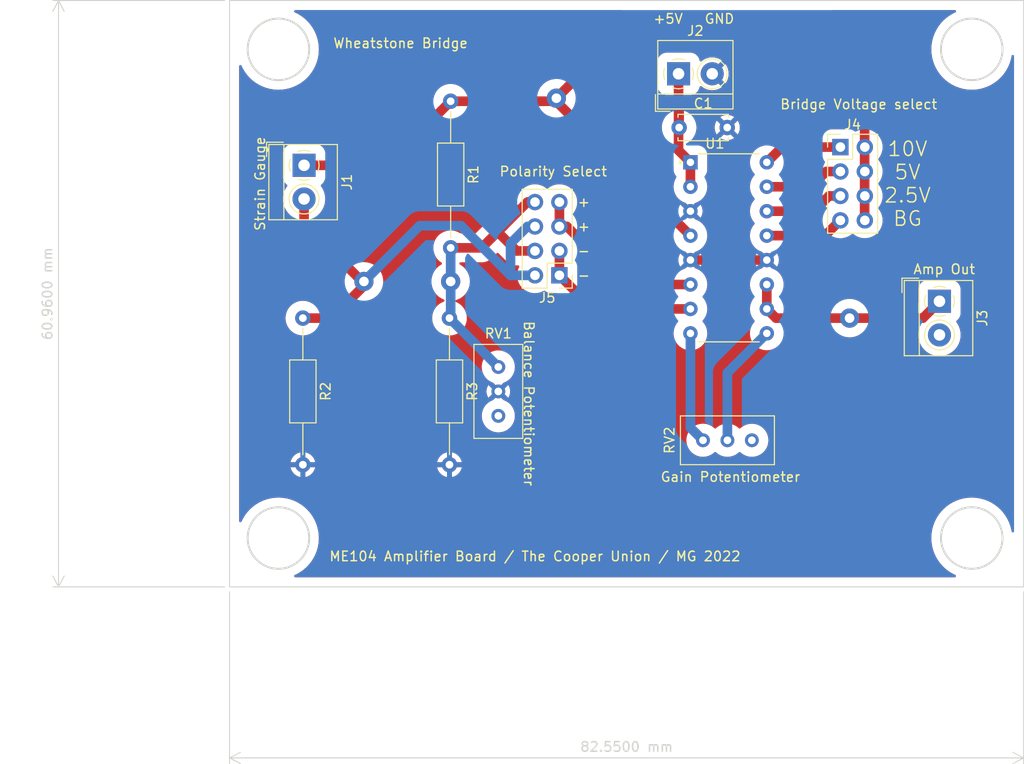
<source format=kicad_pcb>
(kicad_pcb (version 20211014) (generator pcbnew)
  (layers (0 "F.Cu" signal) (31 "B.Cu" signal) (36 "B.SilkS" user "B.Silkscreen") (37 "F.SilkS" user "F.Silkscreen") (38 "B.Mask" user) (39 "F.Mask" user) (44 "Edge.Cuts" user))
  (net 0 "")
  (net 1 "GND")
  (net 2 "Net-(J1-Pad2)")
  (net 3 "Net-(J5-Pad1)")
  (net 4 "Net-(RV2-Pad1)")
  (net 5 "Net-(RV2-Pad2)")
  (net 8 "/VIN")
  (net 9 "/Amp Out")
  (net 11 "Net-(J1-Pad1)")
  (net 12 "Net-(J4-Pad4)")
  (net 13 "Net-(J4-Pad3)")
  (net 14 "Net-(J4-Pad2)")
  (net 15 "Net-(J4-Pad1)")
  (net 16 "Net-(J5-Pad3)")
  (net 17 "Net-(J5-Pad5)")
  (footprint "TerminalBlock_4Ucon:TerminalBlock_4Ucon_1x02_P3.50mm_Horizontal" (layer "F.Cu") (at 48.26 113.34 -90)
    (fp_text reference "J1" (at 1.75 -4.46 -90) (layer "F.SilkS"))
    (fp_text value "Screw_Terminal_strain_gauge")
    (fp_line (start -2.16 -3.46) (end -2.16 3.66) (layer "F.SilkS") (width 0.12))
    (fp_line (start -2.16 3.66) (end 5.66 3.66) (layer "F.SilkS") (width 0.12))
    (fp_line (start 5.66 -3.46) (end 5.66 3.66) (layer "F.SilkS") (width 0.12))
    (fp_line (start -2.16 2.1) (end 5.66 2.1) (layer "F.SilkS") (width 0.12))
    (fp_line (start -2.4 3.9) (end -0.9 3.9) (layer "F.SilkS") (width 0.12))
    (fp_line (start -2.4 2.16) (end -2.4 3.9) (layer "F.SilkS") (width 0.12))
    (fp_line (start -2.16 -3.46) (end 5.66 -3.46) (layer "F.SilkS") (width 0.12))
    (fp_arc (start -1.432109 0.607742) (mid -1.555727 -0.00014) (end -1.432 -0.608) (layer "F.SilkS") (width 0.12))
    (fp_arc (start 0.027011 1.555493) (mid -0.296984 1.527118) (end -0.608 1.432) (layer "F.SilkS") (width 0.12))
    (fp_arc (start 0.607587 1.431385) (mid 0.310017 1.523783) (end 0 1.555) (layer "F.SilkS") (width 0.12))
    (fp_arc (start -0.607742 -1.432109) (mid 0.00014 -1.555727) (end 0.608 -1.432) (layer "F.SilkS") (width 0.12))
    (fp_arc (start 1.432109 -0.607742) (mid 1.555727 0.00014) (end 1.432 0.608) (layer "F.SilkS") (width 0.12))
    (fp_circle (center 3.5 0) (end 5.055 0) (layer "F.SilkS") (width 0.12) (fill none))
    (pad "1" thru_hole rect (at 0 0 270) (size 2.4 2.4) (drill 1.2) (layers *.Cu *.Mask) (net 11 "Net-(J1-Pad1)"))
    (pad "2" thru_hole circle (at 3.5 0 270) (size 2.4 2.4) (drill 1.2) (layers *.Cu *.Mask) (net 2 "Net-(J1-Pad2)"))
  )
  (footprint "Potentiometer_THT:Potentiometer_Bourns_3386C_Horizontal" (layer "F.Cu") (at 68.455 134.305)
    (fp_text reference "RV1" (at 0 -3.475) (layer "F.SilkS"))
    (fp_text value "10k")
    (fp_line (start -2.535 -2.345) (end 2.535 -2.345) (layer "F.SilkS") (width 0.12))
    (fp_line (start -2.535 -2.345) (end -2.535 7.425) (layer "F.SilkS") (width 0.12))
    (fp_line (start -2.535 7.425) (end 2.535 7.425) (layer "F.SilkS") (width 0.12))
    (fp_line (start 2.535 -2.345) (end 2.535 7.425) (layer "F.SilkS") (width 0.12))
    (pad "1" thru_hole circle (at 0 0) (size 1.44 1.44) (drill 0.8) (layers *.Cu *.Mask) (net 17 "Net-(J5-Pad5)"))
    (pad "2" thru_hole circle (at 0 2.54) (size 1.44 1.44) (drill 0.8) (layers *.Cu *.Mask) (net 1 "GND"))
    (pad "3" thru_hole circle (at 0 5.08) (size 1.44 1.44) (drill 0.8) (layers *.Cu *.Mask))
  )
  (footprint "TerminalBlock_4Ucon:TerminalBlock_4Ucon_1x02_P3.50mm_Horizontal" (layer "F.Cu") (at 114.315 127.475 -90)
    (fp_text reference "J3" (at 1.75 -4.46 -90) (layer "F.SilkS"))
    (fp_text value "Screw_Terminal_strain_gauge")
    (fp_line (start -2.16 -3.46) (end -2.16 3.66) (layer "F.SilkS") (width 0.12))
    (fp_line (start -2.16 3.66) (end 5.66 3.66) (layer "F.SilkS") (width 0.12))
    (fp_line (start 5.66 -3.46) (end 5.66 3.66) (layer "F.SilkS") (width 0.12))
    (fp_line (start -2.4 2.16) (end -2.4 3.9) (layer "F.SilkS") (width 0.12))
    (fp_line (start -2.4 3.9) (end -0.9 3.9) (layer "F.SilkS") (width 0.12))
    (fp_line (start -2.16 2.1) (end 5.66 2.1) (layer "F.SilkS") (width 0.12))
    (fp_line (start -2.16 -3.46) (end 5.66 -3.46) (layer "F.SilkS") (width 0.12))
    (fp_arc (start -1.432109 0.607742) (mid -1.555727 -0.00014) (end -1.432 -0.608) (layer "F.SilkS") (width 0.12))
    (fp_arc (start -0.607742 -1.432109) (mid 0.00014 -1.555727) (end 0.608 -1.432) (layer "F.SilkS") (width 0.12))
    (fp_arc (start 0.607587 1.431385) (mid 0.310017 1.523783) (end 0 1.555) (layer "F.SilkS") (width 0.12))
    (fp_arc (start 0.027011 1.555493) (mid -0.296984 1.527118) (end -0.608 1.432) (layer "F.SilkS") (width 0.12))
    (fp_arc (start 1.432109 -0.607742) (mid 1.555727 0.00014) (end 1.432 0.608) (layer "F.SilkS") (width 0.12))
    (fp_circle (center 3.5 0) (end 5.055 0) (layer "F.SilkS") (width 0.12) (fill none))
    (pad "1" thru_hole rect (at 0 0 270) (size 2.4 2.4) (drill 1.2) (layers *.Cu *.Mask) (net 9 "/Amp Out"))
    (pad "2" thru_hole circle (at 3.5 0 270) (size 2.4 2.4) (drill 1.2) (layers *.Cu *.Mask))
  )
  (footprint "Resistor_THT:R_Axial_DIN0207_L6.3mm_D2.5mm_P15.24mm_Horizontal" (layer "F.Cu") (at 63.375 129.225 -90)
    (fp_text reference "R3" (at 7.62 -2.37 90) (layer "F.SilkS"))
    (fp_text value "12k")
    (fp_line (start 4.35 1.37) (end 10.89 1.37) (layer "F.SilkS") (width 0.12))
    (fp_line (start 4.35 -1.37) (end 4.35 1.37) (layer "F.SilkS") (width 0.12))
    (fp_line (start 10.89 -1.37) (end 4.35 -1.37) (layer "F.SilkS") (width 0.12))
    (fp_line (start 14.2 0) (end 10.89 0) (layer "F.SilkS") (width 0.12))
    (fp_line (start 1.04 0) (end 4.35 0) (layer "F.SilkS") (width 0.12))
    (fp_line (start 10.89 1.37) (end 10.89 -1.37) (layer "F.SilkS") (width 0.12))
    (pad "1" thru_hole circle (at 0 0 270) (size 1.6 1.6) (drill 0.8) (layers *.Cu *.Mask) (net 17 "Net-(J5-Pad5)"))
    (pad "2" thru_hole oval (at 15.24 0 270) (size 1.6 1.6) (drill 0.8) (layers *.Cu *.Mask) (net 1 "GND"))
  )
  (footprint "INA125P:DIP794W45P254L1969H508Q16" (layer "F.Cu") (at 92.395 121.92)
    (fp_text reference "U1" (at -1.425 -10.835) (layer "F.SilkS"))
    (fp_text value "INA125P" hide)
    (fp_line (start -3.175 -9.775) (end 3.175 -9.775) (layer "F.SilkS") (width 0.127))
    (fp_line (start -3.175 9.775) (end 3.175 9.775) (layer "F.SilkS") (width 0.127))
    (fp_circle (center -5.035 -8.89) (end -4.935 -8.89) (layer "F.SilkS") (width 0.2) (fill none))
    (pad "1" thru_hole rect (at -3.97 -8.89) (size 1.5 1.5) (drill 0.78) (layers *.Cu *.Mask) (net 8 "/VIN"))
    (pad "2" thru_hole circle (at -3.97 -6.35) (size 1.5 1.5) (drill 0.78) (layers *.Cu *.Mask) (net 8 "/VIN"))
    (pad "3" thru_hole circle (at -3.97 -3.81) (size 1.5 1.5) (drill 0.78) (layers *.Cu *.Mask) (net 1 "GND"))
    (pad "4" thru_hole circle (at -3.97 -1.27) (size 1.5 1.5) (drill 0.78) (layers *.Cu *.Mask) (net 11 "Net-(J1-Pad1)"))
    (pad "5" thru_hole circle (at -3.97 1.27) (size 1.5 1.5) (drill 0.78) (layers *.Cu *.Mask) (net 1 "GND"))
    (pad "6" thru_hole circle (at -3.97 3.81) (size 1.5 1.5) (drill 0.78) (layers *.Cu *.Mask) (net 16 "Net-(J5-Pad3)"))
    (pad "7" thru_hole circle (at -3.97 6.35) (size 1.5 1.5) (drill 0.78) (layers *.Cu *.Mask) (net 3 "Net-(J5-Pad1)"))
    (pad "8" thru_hole circle (at -3.97 8.89) (size 1.5 1.5) (drill 0.78) (layers *.Cu *.Mask) (net 4 "Net-(RV2-Pad1)"))
    (pad "9" thru_hole circle (at 3.97 8.89) (size 1.5 1.5) (drill 0.78) (layers *.Cu *.Mask) (net 5 "Net-(RV2-Pad2)"))
    (pad "10" thru_hole circle (at 3.97 6.35) (size 1.5 1.5) (drill 0.78) (layers *.Cu *.Mask) (net 9 "/Amp Out"))
    (pad "11" thru_hole circle (at 3.97 3.81) (size 1.5 1.5) (drill 0.78) (layers *.Cu *.Mask) (net 9 "/Amp Out"))
    (pad "12" thru_hole circle (at 3.97 1.27) (size 1.5 1.5) (drill 0.78) (layers *.Cu *.Mask) (net 1 "GND"))
    (pad "13" thru_hole circle (at 3.97 -1.27) (size 1.5 1.5) (drill 0.78) (layers *.Cu *.Mask) (net 12 "Net-(J4-Pad4)"))
    (pad "14" thru_hole circle (at 3.97 -3.81) (size 1.5 1.5) (drill 0.78) (layers *.Cu *.Mask) (net 13 "Net-(J4-Pad3)"))
    (pad "15" thru_hole circle (at 3.97 -6.35) (size 1.5 1.5) (drill 0.78) (layers *.Cu *.Mask) (net 14 "Net-(J4-Pad2)"))
    (pad "16" thru_hole circle (at 3.97 -8.89) (size 1.5 1.5) (drill 0.78) (layers *.Cu *.Mask) (net 15 "Net-(J4-Pad1)"))
  )
  (footprint "TerminalBlock_4Ucon:TerminalBlock_4Ucon_1x02_P3.50mm_Horizontal" (layer "F.Cu") (at 87.19 103.825)
    (fp_text reference "J2" (at 1.75 -4.46) (layer "F.SilkS"))
    (fp_text value "Screw_Terminal_strain_gauge")
    (fp_line (start -2.4 2.16) (end -2.4 3.9) (layer "F.SilkS") (width 0.12))
    (fp_line (start 5.66 -3.46) (end 5.66 3.66) (layer "F.SilkS") (width 0.12))
    (fp_line (start -2.4 3.9) (end -0.9 3.9) (layer "F.SilkS") (width 0.12))
    (fp_line (start -2.16 2.1) (end 5.66 2.1) (layer "F.SilkS") (width 0.12))
    (fp_line (start -2.16 -3.46) (end -2.16 3.66) (layer "F.SilkS") (width 0.12))
    (fp_line (start -2.16 3.66) (end 5.66 3.66) (layer "F.SilkS") (width 0.12))
    (fp_line (start -2.16 -3.46) (end 5.66 -3.46) (layer "F.SilkS") (width 0.12))
    (fp_arc (start -1.432109 0.607742) (mid -1.555727 -0.00014) (end -1.432 -0.608) (layer "F.SilkS") (width 0.12))
    (fp_arc (start 1.432109 -0.607742) (mid 1.555727 0.00014) (end 1.432 0.608) (layer "F.SilkS") (width 0.12))
    (fp_arc (start 0.607587 1.431385) (mid 0.310017 1.523783) (end 0 1.555) (layer "F.SilkS") (width 0.12))
    (fp_arc (start -0.607742 -1.432109) (mid 0.00014 -1.555727) (end 0.608 -1.432) (layer "F.SilkS") (width 0.12))
    (fp_arc (start 0.027011 1.555493) (mid -0.296984 1.527118) (end -0.608 1.432) (layer "F.SilkS") (width 0.12))
    (fp_circle (center 3.5 0) (end 5.055 0) (layer "F.SilkS") (width 0.12) (fill none))
    (pad "1" thru_hole rect (at 0 0) (size 2.4 2.4) (drill 1.2) (layers *.Cu *.Mask) (net 8 "/VIN"))
    (pad "2" thru_hole circle (at 3.5 0) (size 2.4 2.4) (drill 1.2) (layers *.Cu *.Mask) (net 1 "GND"))
  )
  (footprint "Capacitor_THT:C_Disc_D5.0mm_W2.5mm_P5.00mm" (layer "F.Cu") (at 87.251 109.413)
    (fp_text reference "C1" (at 2.5 -2.5) (layer "F.SilkS"))
    (fp_text value "C")
    (fp_line (start -0.12 -1.37) (end 5.12 -1.37) (layer "F.SilkS") (width 0.12))
    (fp_line (start -0.12 1.055) (end -0.12 1.37) (layer "F.SilkS") (width 0.12))
    (fp_line (start 5.12 -1.37) (end 5.12 -1.055) (layer "F.SilkS") (width 0.12))
    (fp_line (start -0.12 -1.37) (end -0.12 -1.055) (layer "F.SilkS") (width 0.12))
    (fp_line (start 5.12 1.055) (end 5.12 1.37) (layer "F.SilkS") (width 0.12))
    (fp_line (start -0.12 1.37) (end 5.12 1.37) (layer "F.SilkS") (width 0.12))
    (pad "1" thru_hole circle (at 0 0) (size 1.6 1.6) (drill 0.8) (layers *.Cu *.Mask) (net 8 "/VIN"))
    (pad "2" thru_hole circle (at 5 0) (size 1.6 1.6) (drill 0.8) (layers *.Cu *.Mask) (net 1 "GND"))
  )
  (footprint "Connector_PinHeader_2.54mm:PinHeader_2x04_P2.54mm_Vertical_EDIT" (layer "F.Cu") (at 74.805 124.78 180)
    (fp_text reference "J5" (at 1.27 -2.33) (layer "F.SilkS"))
    (fp_text value "Conn_02x05_Counter_Clockwise")
    (fp_line (start 1.27 -1.33) (end 3.87 -1.33) (layer "F.SilkS") (width 0.12))
    (fp_line (start -1.33 -1.33) (end 0 -1.33) (layer "F.SilkS") (width 0.12))
    (fp_line (start 1.27 1.27) (end 1.27 -1.33) (layer "F.SilkS") (width 0.12))
    (fp_line (start -1.33 1.27) (end 1.27 1.27) (layer "F.SilkS") (width 0.12))
    (fp_line (start 3.87 -1.33) (end 3.87 8.95) (layer "F.SilkS") (width 0.12))
    (fp_line (start -1.33 8.95) (end 3.87 8.95) (layer "F.SilkS") (width 0.12))
    (fp_line (start -1.33 0) (end -1.33 -1.33) (layer "F.SilkS") (width 0.12))
    (fp_line (start -1.33 1.27) (end -1.33 8.95) (layer "F.SilkS") (width 0.12))
    (pad "1" thru_hole rect (at 0 0 180) (size 1.7 1.7) (drill 1) (layers *.Cu *.Mask) (net 3 "Net-(J5-Pad1)"))
    (pad "2" thru_hole oval (at 0 2.54 180) (size 1.7 1.7) (drill 1) (layers *.Cu *.Mask) (net 3 "Net-(J5-Pad1)"))
    (pad "3" thru_hole oval (at 0 5.08 180) (size 1.7 1.7) (drill 1) (layers *.Cu *.Mask) (net 16 "Net-(J5-Pad3)"))
    (pad "4" thru_hole oval (at 0 7.62 180) (size 1.7 1.7) (drill 1) (layers *.Cu *.Mask) (net 16 "Net-(J5-Pad3)"))
    (pad "5" thru_hole oval (at 2.54 7.62 180) (size 1.7 1.7) (drill 1) (layers *.Cu *.Mask) (net 17 "Net-(J5-Pad5)"))
    (pad "6" thru_hole oval (at 2.54 5.08 180) (size 1.7 1.7) (drill 1) (layers *.Cu *.Mask) (net 2 "Net-(J1-Pad2)"))
    (pad "7" thru_hole oval (at 2.54 2.54 180) (size 1.7 1.7) (drill 1) (layers *.Cu *.Mask) (net 17 "Net-(J5-Pad5)"))
    (pad "8" thru_hole oval (at 2.54 0 180) (size 1.7 1.7) (drill 1) (layers *.Cu *.Mask) (net 2 "Net-(J1-Pad2)"))
  )
  (footprint "Resistor_THT:R_Axial_DIN0207_L6.3mm_D2.5mm_P15.24mm_Horizontal" (layer "F.Cu") (at 48.135 129.225 -90)
    (fp_text reference "R2" (at 7.62 -2.37 90) (layer "F.SilkS"))
    (fp_text value "5k")
    (fp_line (start 4.35 -1.37) (end 4.35 1.37) (layer "F.SilkS") (width 0.12))
    (fp_line (start 1.04 0) (end 4.35 0) (layer "F.SilkS") (width 0.12))
    (fp_line (start 4.35 1.37) (end 10.89 1.37) (layer "F.SilkS") (width 0.12))
    (fp_line (start 10.89 1.37) (end 10.89 -1.37) (layer "F.SilkS") (width 0.12))
    (fp_line (start 14.2 0) (end 10.89 0) (layer "F.SilkS") (width 0.12))
    (fp_line (start 10.89 -1.37) (end 4.35 -1.37) (layer "F.SilkS") (width 0.12))
    (pad "1" thru_hole circle (at 0 0 270) (size 1.6 1.6) (drill 0.8) (layers *.Cu *.Mask) (net 2 "Net-(J1-Pad2)"))
    (pad "2" thru_hole oval (at 15.24 0 270) (size 1.6 1.6) (drill 0.8) (layers *.Cu *.Mask) (net 1 "GND"))
  )
  (footprint "Potentiometer_THT:Potentiometer_Bourns_3386C_Horizontal" (layer "F.Cu") (at 89.73 141.925 90)
    (fp_text reference "RV2" (at 0 -3.475 90) (layer "F.SilkS"))
    (fp_text value "1k")
    (fp_line (start 2.535 -2.345) (end 2.535 7.425) (layer "F.SilkS") (width 0.12))
    (fp_line (start -2.535 -2.345) (end -2.535 7.425) (layer "F.SilkS") (width 0.12))
    (fp_line (start -2.535 7.425) (end 2.535 7.425) (layer "F.SilkS") (width 0.12))
    (fp_line (start -2.535 -2.345) (end 2.535 -2.345) (layer "F.SilkS") (width 0.12))
    (pad "1" thru_hole circle (at 0 0 90) (size 1.44 1.44) (drill 0.8) (layers *.Cu *.Mask) (net 4 "Net-(RV2-Pad1)"))
    (pad "2" thru_hole circle (at 0 2.54 90) (size 1.44 1.44) (drill 0.8) (layers *.Cu *.Mask) (net 5 "Net-(RV2-Pad2)"))
    (pad "3" thru_hole circle (at 0 5.08 90) (size 1.44 1.44) (drill 0.8) (layers *.Cu *.Mask))
  )
  (footprint "Resistor_THT:R_Axial_DIN0207_L6.3mm_D2.5mm_P15.24mm_Horizontal" (layer "F.Cu") (at 63.5 106.68 -90)
    (fp_text reference "R1" (at 7.62 -2.37 90) (layer "F.SilkS"))
    (fp_text value "120")
    (fp_line (start 10.89 1.37) (end 10.89 -1.37) (layer "F.SilkS") (width 0.12))
    (fp_line (start 4.35 -1.37) (end 4.35 1.37) (layer "F.SilkS") (width 0.12))
    (fp_line (start 4.35 1.37) (end 10.89 1.37) (layer "F.SilkS") (width 0.12))
    (fp_line (start 14.2 0) (end 10.89 0) (layer "F.SilkS") (width 0.12))
    (fp_line (start 10.89 -1.37) (end 4.35 -1.37) (layer "F.SilkS") (width 0.12))
    (fp_line (start 1.04 0) (end 4.35 0) (layer "F.SilkS") (width 0.12))
    (pad "1" thru_hole circle (at 0 0 270) (size 1.6 1.6) (drill 0.8) (layers *.Cu *.Mask) (net 11 "Net-(J1-Pad1)"))
    (pad "2" thru_hole oval (at 15.24 0 270) (size 1.6 1.6) (drill 0.8) (layers *.Cu *.Mask) (net 17 "Net-(J5-Pad5)"))
  )
  (footprint "Connector_PinHeader_2.54mm:PinHeader_2x04_P2.54mm_Vertical_EDIT" (layer "F.Cu") (at 104.015 111.445)
    (fp_text reference "J4" (at 1.27 -2.33) (layer "F.SilkS"))
    (fp_text value "Conn_02x05_Counter_Clockwise")
    (fp_line (start -1.33 1.27) (end -1.33 8.95) (layer "F.SilkS") (width 0.12))
    (fp_line (start -1.33 0) (end -1.33 -1.33) (layer "F.SilkS") (width 0.12))
    (fp_line (start 3.87 -1.33) (end 3.87 8.95) (layer "F.SilkS") (width 0.12))
    (fp_line (start 1.27 1.27) (end 1.27 -1.33) (layer "F.SilkS") (width 0.12))
    (fp_line (start -1.33 -1.33) (end 0 -1.33) (layer "F.SilkS") (width 0.12))
    (fp_line (start -1.33 1.27) (end 1.27 1.27) (layer "F.SilkS") (width 0.12))
    (fp_line (start 1.27 -1.33) (end 3.87 -1.33) (layer "F.SilkS") (width 0.12))
    (fp_line (start -1.33 8.95) (end 3.87 8.95) (layer "F.SilkS") (width 0.12))
    (pad "1" thru_hole rect (at 0 0) (size 1.7 1.7) (drill 1) (layers *.Cu *.Mask) (net 15 "Net-(J4-Pad1)"))
    (pad "2" thru_hole oval (at 0 2.54) (size 1.7 1.7) (drill 1) (layers *.Cu *.Mask) (net 14 "Net-(J4-Pad2)"))
    (pad "3" thru_hole oval (at 0 5.08) (size 1.7 1.7) (drill 1) (layers *.Cu *.Mask) (net 13 "Net-(J4-Pad3)"))
    (pad "4" thru_hole oval (at 0 7.62) (size 1.7 1.7) (drill 1) (layers *.Cu *.Mask) (net 12 "Net-(J4-Pad4)"))
    (pad "5" thru_hole oval (at 2.54 7.62) (size 1.7 1.7) (drill 1) (layers *.Cu *.Mask) (net 11 "Net-(J1-Pad1)"))
    (pad "6" thru_hole oval (at 2.54 5.08) (size 1.7 1.7) (drill 1) (layers *.Cu *.Mask) (net 11 "Net-(J1-Pad1)"))
    (pad "7" thru_hole oval (at 2.54 2.54) (size 1.7 1.7) (drill 1) (layers *.Cu *.Mask) (net 11 "Net-(J1-Pad1)"))
    (pad "8" thru_hole oval (at 2.54 0) (size 1.7 1.7) (drill 1) (layers *.Cu *.Mask) (net 11 "Net-(J1-Pad1)"))
  )
  (gr_circle (center 117.67 152.085) (end 120.87 152.085) (layer "Edge.Cuts") (width 0.2) (fill none))
  (gr_rect (start 123.065 96.205) (end 40.515 157.165) (layer "Edge.Cuts") (width 0.1) (fill none))
  (gr_circle (center 117.67 101.285) (end 120.87 101.285) (layer "Edge.Cuts") (width 0.2) (fill none))
  (gr_circle (center 45.595 101.285) (end 48.795 101.285) (layer "Edge.Cuts") (width 0.2) (fill none))
  (gr_circle (center 45.595 152.085) (end 48.795 152.085) (layer "Edge.Cuts") (width 0.2) (fill none))
  (gr_text "10V\n5V\n2.5V\nBG" (at 111 115.255) (layer "F.SilkS") (effects (font (size 1.5 1.5))))
  (gr_text "Wheatstone Bridge" (at 58.295 100.65) (layer "F.SilkS") (effects (font (size 1 1))))
  (gr_text "Polarity Select" (at 74.17 113.985) (layer "F.SilkS") (effects (font (size 1 1))))
  (gr_text "+5V   GND" (at 88.775 98.11) (layer "F.SilkS") (effects (font (size 1 1))))
  (gr_text "Gain Potentiometer" (at 92.585 145.735) (layer "F.SilkS") (effects (font (size 1 1))))
  (gr_text "-" (at 77.345 122.24) (layer "F.SilkS") (effects (font (size 1 1))))
  (gr_text "Bridge Voltage select" (at 105.92 107) (layer "F.SilkS") (effects (font (size 1 1))))
  (gr_text "+" (at 77.345 119.7) (layer "F.SilkS") (effects (font (size 1 1))))
  (gr_text "Strain Gauge" (at 43.69 115.255 90) (layer "F.SilkS") (effects (font (size 1 1))))
  (gr_text "ME104 Amplifier Board / The Cooper Union / MG 2022" (at 72.265 153.99) (layer "F.SilkS") (effects (font (size 1 1))))
  (gr_text "-" (at 77.345 124.78) (layer "F.SilkS") (effects (font (size 1 1))))
  (gr_text "Amp Out" (at 114.81 124.145) (layer "F.SilkS") (effects (font (size 1 1))))
  (gr_text "+" (at 77.345 117.16) (layer "F.SilkS") (effects (font (size 1 1))))
  (gr_text "Balance Potentiometer" (at 71.63 138.115 270) (layer "F.SilkS") (effects (font (size 1 1))))
  (dimension (type aligned) (layer "Edge.Cuts") (pts (xy 123.065 157.165) (xy 40.515 157.165)) (height -17.78) (gr_text "82.5500 mm" (at 81.79 173.795) (layer "Edge.Cuts") (effects (font (size 1 1) (thickness 0.15)))) (format (units 3) (units_format 1) (precision 4)) (style (thickness 0.1) (arrow_length 1.27) (text_position_mode 0) (extension_height 0.58642) (extension_offset 0.5) keep_text_aligned))
  (dimension (type aligned) (layer "Edge.Cuts") (pts (xy 40.515 157.165) (xy 40.515 96.205)) (height -17.78) (gr_text "60.9600 mm" (at 21.585 126.685 90) (layer "Edge.Cuts") (effects (font (size 1 1) (thickness 0.15)))) (format (units 3) (units_format 1) (precision 4)) (style (thickness 0.1) (arrow_length 1.27) (text_position_mode 0) (extension_height 0.58642) (extension_offset 0.5) keep_text_aligned))
  (segment (start 96.365 123.19) (end 88.425 123.19) (width 1) (layer "F.Cu") (net 1))
  (segment (start 48.26 119.38) (end 48.26 116.84) (width 1) (layer "F.Cu") (net 2))
  (segment (start 54.61 125.73) (end 48.26 119.38) (width 1) (layer "F.Cu") (net 2))
  (segment (start 51.115 129.225) (end 54.61 125.73) (width 1) (layer "F.Cu") (net 2))
  (segment (start 48.135 129.225) (end 51.115 129.225) (width 1) (layer "F.Cu") (net 2))
  (via (at 54.485 125.415) (size 2) (drill 1) (layers "F.Cu" "B.Cu") (net 2))
  (segment (start 60.28 119.62) (end 54.485 125.415) (width 1) (layer "B.Cu") (net 2))
  (segment (start 69.725 121.456598) (end 69.725 124.78) (width 1) (layer "B.Cu") (net 2))
  (segment (start 71.481598 119.7) (end 69.725 121.456598) (width 1) (layer "B.Cu") (net 2))
  (segment (start 69.725 124.78) (end 72.265 124.78) (width 1) (layer "B.Cu") (net 2))
  (segment (start 69.725 124.78) (end 64.565 119.62) (width 1) (layer "B.Cu") (net 2))
  (segment (start 64.565 119.62) (end 60.28 119.62) (width 1) (layer "B.Cu") (net 2))
  (segment (start 72.265 119.7) (end 71.481598 119.7) (width 1) (layer "B.Cu") (net 2))
  (segment (start 88.425 128.27) (end 78.295 128.27) (width 1) (layer "F.Cu") (net 3))
  (segment (start 78.295 128.27) (end 74.805 124.78) (width 1) (layer "F.Cu") (net 3))
  (segment (start 74.805 122.24) (end 74.805 124.78) (width 1) (layer "F.Cu") (net 3))
  (segment (start 88.425 130.81) (end 88.425 140.62) (width 1) (layer "B.Cu") (net 4))
  (segment (start 88.425 140.62) (end 89.73 141.925) (width 1) (layer "B.Cu") (net 4))
  (segment (start 96.365 130.81) (end 92.27 134.905) (width 1) (layer "B.Cu") (net 5))
  (segment (start 92.27 134.905) (end 92.27 141.925) (width 1) (layer "B.Cu") (net 5))
  (segment (start 88.425 113.03) (end 87.19 111.795) (width 1) (layer "F.Cu") (net 8))
  (segment (start 87.251 107.503) (end 87.19 107.442) (width 1) (layer "F.Cu") (net 8))
  (segment (start 87.19 107.442) (end 87.19 103.825) (width 1) (layer "F.Cu") (net 8))
  (segment (start 88.425 115.57) (end 88.425 113.03) (width 1) (layer "F.Cu") (net 8))
  (segment (start 87.251 108.651) (end 87.251 107.503) (width 1) (layer "F.Cu") (net 8))
  (segment (start 87.19 111.795) (end 87.19 107.442) (width 1) (layer "F.Cu") (net 8))
  (segment (start 114.315 127.5) (end 114.315 127.475) (width 1) (layer "F.Cu") (net 9))
  (segment (start 104.97 129.225) (end 112.59 129.225) (width 1) (layer "F.Cu") (net 9))
  (segment (start 96.365 125.73) (end 96.365 128.27) (width 1) (layer "F.Cu") (net 9))
  (segment (start 112.59 129.225) (end 114.315 127.5) (width 1) (layer "F.Cu") (net 9))
  (segment (start 97.32 129.225) (end 104.97 129.225) (width 1) (layer "F.Cu") (net 9))
  (segment (start 96.365 128.27) (end 97.32 129.225) (width 1) (layer "F.Cu") (net 9))
  (via (at 104.97 129.225) (size 2) (drill 1) (layers "F.Cu" "B.Cu") (net 9))
  (segment (start 63.5 106.68) (end 73.22 106.68) (width 1) (layer "F.Cu") (net 11))
  (segment (start 74.175 106.68) (end 72.265 106.68) (width 1) (layer "F.Cu") (net 11))
  (segment (start 56.84 113.34) (end 48.26 113.34) (width 1) (layer "F.Cu") (net 11))
  (segment (start 73.22 106.68) (end 74.455 106.68) (width 0.25) (layer "F.Cu") (net 11))
  (segment (start 56.84 113.34) (end 63.5 106.68) (width 1) (layer "F.Cu") (net 11))
  (segment (start 106.535 102.85) (end 102.43 98.745) (width 1) (layer "F.Cu") (net 11))
  (segment (start 72.265 106.68) (end 73.22 106.68) (width 0.25) (layer "F.Cu") (net 11))
  (segment (start 82.11 98.745) (end 102.43 98.745) (width 1) (layer "F.Cu") (net 11))
  (segment (start 74.455 106.68) (end 88.425 120.65) (width 1) (layer "F.Cu") (net 11))
  (segment (start 106.535 119.065) (end 106.535 102.85) (width 1) (layer "F.Cu") (net 11))
  (segment (start 74.49 106.365) (end 82.11 98.745) (width 1) (layer "F.Cu") (net 11))
  (segment (start 74.49 106.365) (end 74.175 106.68) (width 1) (layer "F.Cu") (net 11))
  (via (at 74.49 106.365) (size 2) (drill 1) (layers "F.Cu" "B.Cu") (net 11))
  (segment (start 96.365 120.65) (end 102.41 120.65) (width 1) (layer "F.Cu") (net 12))
  (segment (start 102.41 120.65) (end 103.995 119.065) (width 1) (layer "F.Cu") (net 12))
  (segment (start 101.246598 118.11) (end 102.831598 116.525) (width 1) (layer "F.Cu") (net 13))
  (segment (start 102.831598 116.525) (end 103.995 116.525) (width 1) (layer "F.Cu") (net 13))
  (segment (start 96.365 118.11) (end 101.246598 118.11) (width 1) (layer "F.Cu") (net 13))
  (segment (start 102.54317 113.985) (end 103.995 113.985) (width 1) (layer "F.Cu") (net 14))
  (segment (start 100.95817 115.57) (end 102.54317 113.985) (width 1) (layer "F.Cu") (net 14))
  (segment (start 96.365 115.57) (end 100.95817 115.57) (width 1) (layer "F.Cu") (net 14))
  (segment (start 96.365 113.03) (end 97.95 111.445) (width 1) (layer "F.Cu") (net 15))
  (segment (start 97.95 111.445) (end 104.185 111.445) (width 1) (layer "F.Cu") (net 15))
  (segment (start 74.805 117.16) (end 74.805 119.7) (width 1) (layer "F.Cu") (net 16))
  (segment (start 74.805 119.7) (end 75.588402 119.7) (width 1) (layer "F.Cu") (net 16))
  (segment (start 88.425 125.73) (end 81.618402 125.73) (width 1) (layer "F.Cu") (net 16))
  (segment (start 81.618402 125.73) (end 75.588402 119.7) (width 1) (layer "F.Cu") (net 16))
  (segment (start 71.481598 117.16) (end 72.265 117.16) (width 1) (layer "F.Cu") (net 17))
  (segment (start 63.5 121.92) (end 66.721598 121.92) (width 1) (layer "F.Cu") (net 17))
  (segment (start 68.455 120.186598) (end 69.015799 119.625799) (width 1) (layer "F.Cu") (net 17))
  (segment (start 68.455 120.335) (end 68.455 120.186598) (width 1) (layer "F.Cu") (net 17))
  (segment (start 69.015799 119.625799) (end 71.481598 117.16) (width 1) (layer "F.Cu") (net 17))
  (segment (start 66.721598 121.92) (end 69.015799 119.625799) (width 1) (layer "F.Cu") (net 17))
  (segment (start 70.36 122.24) (end 68.455 120.335) (width 1) (layer "F.Cu") (net 17))
  (segment (start 72.265 122.24) (end 70.36 122.24) (width 1) (layer "F.Cu") (net 17))
  (via (at 63.5 125.415) (size 2) (drill 1) (layers "F.Cu" "B.Cu") (net 17))
  (segment (start 63.5 121.92) (end 63.5 125.29) (width 1) (layer "B.Cu") (net 17))
  (segment (start 63.5 129.1) (end 63.375 129.225) (width 1) (layer "B.Cu") (net 17))
  (segment (start 68.455 134.305) (end 63.375 129.225) (width 1) (layer "B.Cu") (net 17))
  (segment (start 63.5 125.29) (end 63.5 129.1) (width 1) (layer "B.Cu") (net 17))
  (zone (net 1) (net_name "GND") (layer "F.Cu") (connect_pads (clearance 0.508)) (min_thickness 0.254) (fill yes (thermal_gap 0.508) (thermal_bridge_width 0.508))
    (polygon (pts (xy 123.065 157.165) (xy 40.515 157.165) (xy 40.515 96.205) (xy 123.065 96.205)))
  )
  (zone (net 1) (net_name "GND") (layer "B.Cu") (connect_pads (clearance 0.508)) (min_thickness 0.254) (fill yes (thermal_gap 0.508) (thermal_bridge_width 0.508))
    (polygon (pts (xy 123.065 157.165) (xy 40.515 157.165) (xy 40.515 96.205) (xy 123.065 96.205)))
  )
)
</source>
